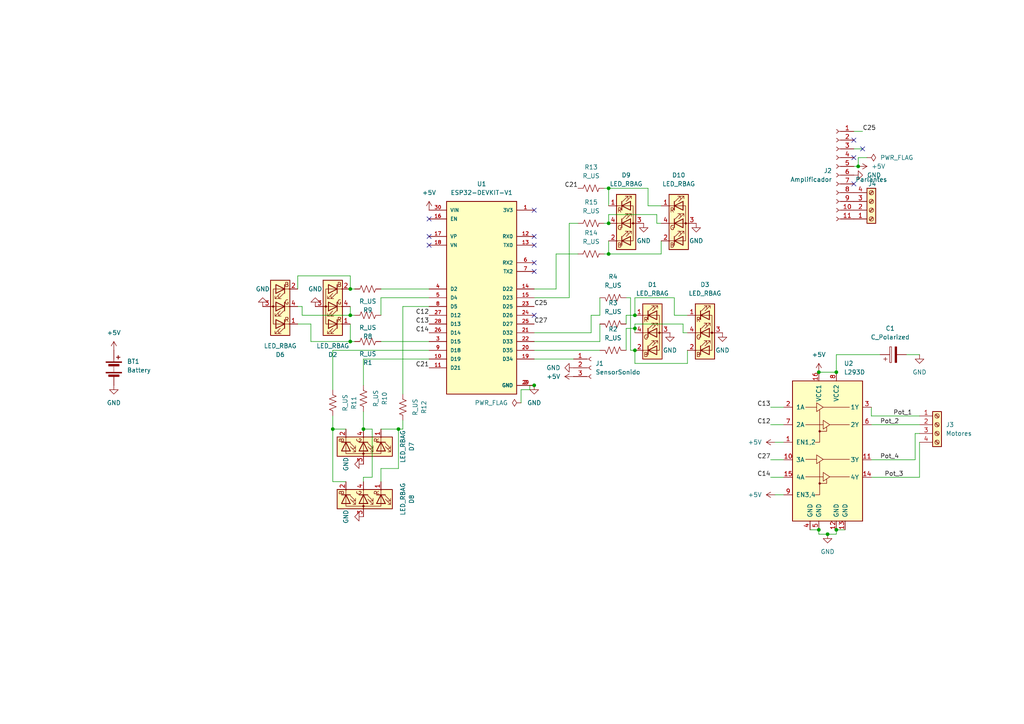
<source format=kicad_sch>
(kicad_sch (version 20231120) (generator "eeschema") (generator_version "8.0")
  (paper "A4")
  (lib_symbols
    (symbol "Connector:Conn_01x03_Socket" (pin_names (offset 1.016) hide)
      (property "Reference" "J" (at 0 5.08 0))
      (property "Value" "Conn_01x03_Socket" (at 0 -5.08 0))
      (symbol "Conn_01x03_Socket_1_1"
        (arc (start 0 -2.032) (mid -0.5058 -2.54) (end 0 -3.048) (stroke (width 0.1524)))
        (polyline (pts (xy -1.27 -2.54) (xy -0.508 -2.54)) (stroke (width 0.1524)))
        (polyline (pts (xy -1.27 0) (xy -0.508 0)) (stroke (width 0.1524)))
        (polyline (pts (xy -1.27 2.54) (xy -0.508 2.54)) (stroke (width 0.1524)))
        (arc (start 0 0.508) (mid -0.5058 0) (end 0 -0.508) (stroke (width 0.1524)))
        (arc (start 0 3.048) (mid -0.5058 2.54) (end 0 2.032) (stroke (width 0.1524)))
        (pin passive line (at -5.08 2.54 0) (length 3.81) (name "Pin_1") (number "1"))
        (pin passive line (at -5.08 0 0) (length 3.81) (name "Pin_2") (number "2"))
        (pin passive line (at -5.08 -2.54 0) (length 3.81) (name "Pin_3") (number "3"))
      )
    )
    (symbol "Connector:Conn_01x11_Socket" (pin_names (offset 1.016) hide)
      (property "Reference" "J" (at 0 15.24 0))
      (property "Value" "Conn_01x11_Socket" (at 0 -15.24 0))
      (symbol "Conn_01x11_Socket_1_1"
        (arc (start 0 -12.192) (mid -0.5058 -12.7) (end 0 -13.208) (stroke (width 0.1524)))
        (arc (start 0 -9.652) (mid -0.5058 -10.16) (end 0 -10.668) (stroke (width 0.1524)))
        (arc (start 0 -7.112) (mid -0.5058 -7.62) (end 0 -8.128) (stroke (width 0.1524)))
        (arc (start 0 -4.572) (mid -0.5058 -5.08) (end 0 -5.588) (stroke (width 0.1524)))
        (arc (start 0 -2.032) (mid -0.5058 -2.54) (end 0 -3.048) (stroke (width 0.1524)))
        (polyline (pts (xy -1.27 -12.7) (xy -0.508 -12.7)) (stroke (width 0.1524)))
        (polyline (pts (xy -1.27 -10.16) (xy -0.508 -10.16)) (stroke (width 0.1524)))
        (polyline (pts (xy -1.27 -7.62) (xy -0.508 -7.62)) (stroke (width 0.1524)))
        (polyline (pts (xy -1.27 -5.08) (xy -0.508 -5.08)) (stroke (width 0.1524)))
        (polyline (pts (xy -1.27 -2.54) (xy -0.508 -2.54)) (stroke (width 0.1524)))
        (polyline (pts (xy -1.27 0) (xy -0.508 0)) (stroke (width 0.1524)))
        (polyline (pts (xy -1.27 2.54) (xy -0.508 2.54)) (stroke (width 0.1524)))
        (polyline (pts (xy -1.27 5.08) (xy -0.508 5.08)) (stroke (width 0.1524)))
        (polyline (pts (xy -1.27 7.62) (xy -0.508 7.62)) (stroke (width 0.1524)))
        (polyline (pts (xy -1.27 10.16) (xy -0.508 10.16)) (stroke (width 0.1524)))
        (polyline (pts (xy -1.27 12.7) (xy -0.508 12.7)) (stroke (width 0.1524)))
        (arc (start 0 0.508) (mid -0.5058 0) (end 0 -0.508) (stroke (width 0.1524)))
        (arc (start 0 3.048) (mid -0.5058 2.54) (end 0 2.032) (stroke (width 0.1524)))
        (arc (start 0 5.588) (mid -0.5058 5.08) (end 0 4.572) (stroke (width 0.1524)))
        (arc (start 0 8.128) (mid -0.5058 7.62) (end 0 7.112) (stroke (width 0.1524)))
        (arc (start 0 10.668) (mid -0.5058 10.16) (end 0 9.652) (stroke (width 0.1524)))
        (arc (start 0 13.208) (mid -0.5058 12.7) (end 0 12.192) (stroke (width 0.1524)))
        (pin passive line (at -5.08 12.7 0) (length 3.81) (name "Pin_1") (number "1"))
        (pin passive line (at -5.08 -10.16 0) (length 3.81) (name "Pin_10") (number "10"))
        (pin passive line (at -5.08 -12.7 0) (length 3.81) (name "Pin_11") (number "11"))
        (pin passive line (at -5.08 10.16 0) (length 3.81) (name "Pin_2") (number "2"))
        (pin passive line (at -5.08 7.62 0) (length 3.81) (name "Pin_3") (number "3"))
        (pin passive line (at -5.08 5.08 0) (length 3.81) (name "Pin_4") (number "4"))
        (pin passive line (at -5.08 2.54 0) (length 3.81) (name "Pin_5") (number "5"))
        (pin passive line (at -5.08 0 0) (length 3.81) (name "Pin_6") (number "6"))
        (pin passive line (at -5.08 -2.54 0) (length 3.81) (name "Pin_7") (number "7"))
        (pin passive line (at -5.08 -5.08 0) (length 3.81) (name "Pin_8") (number "8"))
        (pin passive line (at -5.08 -7.62 0) (length 3.81) (name "Pin_9") (number "9"))
      )
    )
    (symbol "Connector:Screw_Terminal_01x04" (pin_names (offset 1.016) hide)
      (property "Reference" "J" (at 0 5.08 0))
      (property "Value" "Screw_Terminal_01x04" (at 0 -7.62 0))
      (symbol "Screw_Terminal_01x04_1_1"
        (rectangle (start -1.27 3.81) (end 1.27 -6.35) (stroke (width 0.254)) (fill (type background)))
        (circle (center 0 -5.08) (radius 0.635) (stroke (width 0.1524)))
        (circle (center 0 -2.54) (radius 0.635) (stroke (width 0.1524)))
        (polyline (pts (xy -0.5334 -4.7498) (xy 0.3302 -5.588)) (stroke (width 0.1524)))
        (polyline (pts (xy -0.5334 -2.2098) (xy 0.3302 -3.048)) (stroke (width 0.1524)))
        (polyline (pts (xy -0.5334 0.3302) (xy 0.3302 -0.508)) (stroke (width 0.1524)))
        (polyline (pts (xy -0.5334 2.8702) (xy 0.3302 2.032)) (stroke (width 0.1524)))
        (polyline (pts (xy -0.3556 -4.572) (xy 0.508 -5.4102)) (stroke (width 0.1524)))
        (polyline (pts (xy -0.3556 -2.032) (xy 0.508 -2.8702)) (stroke (width 0.1524)))
        (polyline (pts (xy -0.3556 0.508) (xy 0.508 -0.3302)) (stroke (width 0.1524)))
        (polyline (pts (xy -0.3556 3.048) (xy 0.508 2.2098)) (stroke (width 0.1524)))
        (circle (center 0 0) (radius 0.635) (stroke (width 0.1524)))
        (circle (center 0 2.54) (radius 0.635) (stroke (width 0.1524)))
        (pin passive line (at -5.08 2.54 0) (length 3.81) (name "Pin_1") (number "1"))
        (pin passive line (at -5.08 0 0) (length 3.81) (name "Pin_2") (number "2"))
        (pin passive line (at -5.08 -2.54 0) (length 3.81) (name "Pin_3") (number "3"))
        (pin passive line (at -5.08 -5.08 0) (length 3.81) (name "Pin_4") (number "4"))
      )
    )
    (symbol "Device:Battery" (pin_numbers hide) (pin_names (offset 0) hide)
      (property "Reference" "BT" (at 2.54 2.54 0))
      (property "Value" "Battery" (at 2.54 0 0))
      (symbol "Battery_0_1"
        (rectangle (start -2.286 -1.27) (end 2.286 -1.524) (fill (type outline)))
        (rectangle (start -2.286 1.778) (end 2.286 1.524) (fill (type outline)))
        (rectangle (start -1.524 -2.032) (end 1.524 -2.54) (fill (type outline)))
        (rectangle (start -1.524 1.016) (end 1.524 0.508) (fill (type outline)))
        (polyline (pts (xy 0 -1.016) (xy 0 -0.762)))
        (polyline (pts (xy 0 -0.508) (xy 0 -0.254)))
        (polyline (pts (xy 0 0) (xy 0 0.254)))
        (polyline (pts (xy 0 1.778) (xy 0 2.54)))
        (polyline (pts (xy 0.762 3.048) (xy 1.778 3.048)) (stroke (width 0.254)))
        (polyline (pts (xy 1.27 3.556) (xy 1.27 2.54)) (stroke (width 0.254)))
      )
      (symbol "Battery_1_1"
        (pin passive line (at 0 5.08 270) (length 2.54) (name "+") (number "1"))
        (pin passive line (at 0 -5.08 90) (length 2.54) (name "-") (number "2"))
      )
    )
    (symbol "Device:C_Polarized" (pin_numbers hide) (pin_names (offset 0.254))
      (property "Reference" "C" (at 0.635 2.54 0))
      (property "Value" "C_Polarized" (at 0.635 -2.54 0))
      (symbol "C_Polarized_0_1"
        (rectangle (start -2.286 0.508) (end 2.286 1.016))
        (polyline (pts (xy -1.778 2.286) (xy -0.762 2.286)))
        (polyline (pts (xy -1.27 2.794) (xy -1.27 1.778)))
        (rectangle (start 2.286 -0.508) (end -2.286 -1.016) (fill (type outline)))
      )
      (symbol "C_Polarized_1_1"
        (pin passive line (at 0 3.81 270) (length 2.794) (name "~") (number "1"))
        (pin passive line (at 0 -3.81 90) (length 2.794) (name "~") (number "2"))
      )
    )
    (symbol "Device:LED_RBAG" (pin_names (offset 0) hide)
      (property "Reference" "D" (at 0 9.398 0))
      (property "Value" "LED_RBAG" (at 0 -8.89 0))
      (symbol "LED_RBAG_0_0"
        (text "B" (at -1.905 -6.35 0) (effects (font (size 1.27 1.27))))
        (text "G" (at -1.905 -1.27 0) (effects (font (size 1.27 1.27))))
        (text "R" (at -1.905 3.81 0) (effects (font (size 1.27 1.27))))
      )
      (symbol "LED_RBAG_0_1"
        (polyline (pts (xy -1.27 -5.08) (xy -2.54 -5.08)))
        (polyline (pts (xy -1.27 -5.08) (xy 1.27 -5.08)))
        (polyline (pts (xy -1.27 -3.81) (xy -1.27 -6.35)) (stroke (width 0.254)))
        (polyline (pts (xy -1.27 0) (xy -2.54 0)))
        (polyline (pts (xy -1.27 1.27) (xy -1.27 -1.27)) (stroke (width 0.254)))
        (polyline (pts (xy -1.27 5.08) (xy -2.54 5.08)))
        (polyline (pts (xy -1.27 5.08) (xy 1.27 5.08)))
        (polyline (pts (xy -1.27 6.35) (xy -1.27 3.81)) (stroke (width 0.254)))
        (polyline (pts (xy 1.27 0) (xy -1.27 0)))
        (polyline (pts (xy 1.27 0) (xy 2.54 0)))
        (polyline (pts (xy -1.27 1.27) (xy -1.27 -1.27) (xy -1.27 -1.27)))
        (polyline (pts (xy -1.27 6.35) (xy -1.27 3.81) (xy -1.27 3.81)))
        (polyline (pts (xy 1.27 -5.08) (xy 2.032 -5.08) (xy 2.032 5.08) (xy 1.27 5.08)))
        (polyline (pts (xy 1.27 -3.81) (xy 1.27 -6.35) (xy -1.27 -5.08) (xy 1.27 -3.81)) (stroke (width 0.254)))
        (polyline (pts (xy 1.27 1.27) (xy 1.27 -1.27) (xy -1.27 0) (xy 1.27 1.27)) (stroke (width 0.254)))
        (polyline (pts (xy 1.27 6.35) (xy 1.27 3.81) (xy -1.27 5.08) (xy 1.27 6.35)) (stroke (width 0.254)))
        (polyline (pts (xy -1.016 -3.81) (xy 0.508 -2.286) (xy -0.254 -2.286) (xy 0.508 -2.286) (xy 0.508 -3.048)))
        (polyline (pts (xy -1.016 1.27) (xy 0.508 2.794) (xy -0.254 2.794) (xy 0.508 2.794) (xy 0.508 2.032)))
        (polyline (pts (xy -1.016 6.35) (xy 0.508 7.874) (xy -0.254 7.874) (xy 0.508 7.874) (xy 0.508 7.112)))
        (polyline (pts (xy 0 -3.81) (xy 1.524 -2.286) (xy 0.762 -2.286) (xy 1.524 -2.286) (xy 1.524 -3.048)))
        (polyline (pts (xy 0 1.27) (xy 1.524 2.794) (xy 0.762 2.794) (xy 1.524 2.794) (xy 1.524 2.032)))
        (polyline (pts (xy 0 6.35) (xy 1.524 7.874) (xy 0.762 7.874) (xy 1.524 7.874) (xy 1.524 7.112)))
        (rectangle (start 1.27 -1.27) (end 1.27 1.27))
        (rectangle (start 1.27 1.27) (end 1.27 1.27))
        (rectangle (start 1.27 3.81) (end 1.27 6.35))
        (rectangle (start 1.27 6.35) (end 1.27 6.35))
        (circle (center 2.032 0) (radius 0.254) (fill (type outline)))
        (rectangle (start 2.794 8.382) (end -2.794 -7.62) (stroke (width 0.254)) (fill (type background)))
      )
      (symbol "LED_RBAG_1_1"
        (pin passive line (at -5.08 5.08 0) (length 2.54) (name "RK") (number "1"))
        (pin passive line (at -5.08 -5.08 0) (length 2.54) (name "BK") (number "2"))
        (pin passive line (at 5.08 0 180) (length 2.54) (name "A") (number "3"))
        (pin passive line (at -5.08 0 0) (length 2.54) (name "GK") (number "4"))
      )
    )
    (symbol "Device:R_US" (pin_numbers hide) (pin_names (offset 0))
      (property "Reference" "R" (at 2.54 0 90))
      (property "Value" "R_US" (at -2.54 0 90))
      (symbol "R_US_0_1"
        (polyline (pts (xy 0 -2.286) (xy 0 -2.54)))
        (polyline (pts (xy 0 2.286) (xy 0 2.54)))
        (polyline (pts (xy 0 -0.762) (xy 1.016 -1.143) (xy 0 -1.524) (xy -1.016 -1.905) (xy 0 -2.286)))
        (polyline (pts (xy 0 0.762) (xy 1.016 0.381) (xy 0 0) (xy -1.016 -0.381) (xy 0 -0.762)))
        (polyline (pts (xy 0 2.286) (xy 1.016 1.905) (xy 0 1.524) (xy -1.016 1.143) (xy 0 0.762)))
      )
      (symbol "R_US_1_1"
        (pin passive line (at 0 3.81 270) (length 1.27) (name "~") (number "1"))
        (pin passive line (at 0 -3.81 90) (length 1.27) (name "~") (number "2"))
      )
    )
    (symbol "Driver_Motor:L293D" (pin_names (offset 1.016))
      (property "Reference" "U" (at -5.08 26.035 0))
      (property "Value" "L293D" (at -5.08 24.13 0))
      (symbol "L293D_0_1"
        (rectangle (start -10.16 22.86) (end 10.16 -17.78) (stroke (width 0.254)) (fill (type background)))
        (circle (center -2.286 -6.858) (radius 0.254) (fill (type outline)))
        (circle (center -2.286 8.255) (radius 0.254) (fill (type outline)))
        (polyline (pts (xy -6.35 -4.953) (xy -1.27 -4.953)))
        (polyline (pts (xy -6.35 0.127) (xy -3.175 0.127)))
        (polyline (pts (xy -6.35 10.16) (xy -1.27 10.16)))
        (polyline (pts (xy -6.35 15.24) (xy -3.175 15.24)))
        (polyline (pts (xy -1.27 0.127) (xy 6.35 0.127)))
        (polyline (pts (xy -1.27 15.24) (xy 6.35 15.24)))
        (polyline (pts (xy 0.635 -4.953) (xy 6.35 -4.953)))
        (polyline (pts (xy 0.635 10.16) (xy 6.35 10.16)))
        (polyline (pts (xy -2.286 -6.858) (xy -0.254 -6.858) (xy -0.254 -5.588)))
        (polyline (pts (xy -2.286 -0.635) (xy -2.286 -10.16) (xy -3.556 -10.16)))
        (polyline (pts (xy -2.286 8.255) (xy -0.254 8.255) (xy -0.254 9.525)))
        (polyline (pts (xy -2.286 14.478) (xy -2.286 5.08) (xy -3.556 5.08)))
        (polyline (pts (xy -3.175 1.397) (xy -3.175 -1.143) (xy -1.27 0.127) (xy -3.175 1.397)))
        (polyline (pts (xy -3.175 16.51) (xy -3.175 13.97) (xy -1.27 15.24) (xy -3.175 16.51)))
        (polyline (pts (xy -1.27 -3.683) (xy -1.27 -6.223) (xy 0.635 -4.953) (xy -1.27 -3.683)))
        (polyline (pts (xy -1.27 11.43) (xy -1.27 8.89) (xy 0.635 10.16) (xy -1.27 11.43)))
      )
      (symbol "L293D_1_1"
        (pin input line (at -12.7 5.08 0) (length 2.54) (name "EN1,2") (number "1"))
        (pin input line (at -12.7 0 0) (length 2.54) (name "3A") (number "10"))
        (pin output line (at 12.7 0 180) (length 2.54) (name "3Y") (number "11"))
        (pin power_in line (at 2.54 -20.32 90) (length 2.54) (name "GND") (number "12"))
        (pin power_in line (at 5.08 -20.32 90) (length 2.54) (name "GND") (number "13"))
        (pin output line (at 12.7 -5.08 180) (length 2.54) (name "4Y") (number "14"))
        (pin input line (at -12.7 -5.08 0) (length 2.54) (name "4A") (number "15"))
        (pin power_in line (at -2.54 25.4 270) (length 2.54) (name "VCC1") (number "16"))
        (pin input line (at -12.7 15.24 0) (length 2.54) (name "1A") (number "2"))
        (pin output line (at 12.7 15.24 180) (length 2.54) (name "1Y") (number "3"))
        (pin power_in line (at -5.08 -20.32 90) (length 2.54) (name "GND") (number "4"))
        (pin power_in line (at -2.54 -20.32 90) (length 2.54) (name "GND") (number "5"))
        (pin output line (at 12.7 10.16 180) (length 2.54) (name "2Y") (number "6"))
        (pin input line (at -12.7 10.16 0) (length 2.54) (name "2A") (number "7"))
        (pin power_in line (at 2.54 25.4 270) (length 2.54) (name "VCC2") (number "8"))
        (pin input line (at -12.7 -10.16 0) (length 2.54) (name "EN3,4") (number "9"))
      )
    )
    (symbol "ESP32:ESP32-DEVKIT-V1" (pin_names (offset 1.016))
      (property "Reference" "U" (at -10.16 30.48 0))
      (property "Value" "ESP32-DEVKIT-V1" (at -10.16 -30.48 0))
      (symbol "ESP32-DEVKIT-V1_0_0"
        (rectangle (start -10.16 -27.94) (end 10.16 27.94) (stroke (width 0.254)) (fill (type background)))
        (pin output line (at 15.24 25.4 180) (length 5.08) (name "3V3") (number "1"))
        (pin bidirectional line (at -15.24 -17.78 0) (length 5.08) (name "D19") (number "10"))
        (pin bidirectional line (at -15.24 -20.32 0) (length 5.08) (name "D21") (number "11"))
        (pin input line (at 15.24 17.78 180) (length 5.08) (name "RX0") (number "12"))
        (pin output line (at 15.24 15.24 180) (length 5.08) (name "TX0") (number "13"))
        (pin bidirectional line (at 15.24 2.54 180) (length 5.08) (name "D22") (number "14"))
        (pin bidirectional line (at 15.24 0 180) (length 5.08) (name "D23") (number "15"))
        (pin input line (at -15.24 22.86 0) (length 5.08) (name "EN") (number "16"))
        (pin bidirectional line (at -15.24 17.78 0) (length 5.08) (name "VP") (number "17"))
        (pin bidirectional line (at -15.24 15.24 0) (length 5.08) (name "VN") (number "18"))
        (pin bidirectional line (at 15.24 -17.78 180) (length 5.08) (name "D34") (number "19"))
        (pin power_in line (at 15.24 -25.4 180) (length 5.08) (name "GND") (number "2"))
        (pin bidirectional line (at 15.24 -15.24 180) (length 5.08) (name "D35") (number "20"))
        (pin bidirectional line (at 15.24 -10.16 180) (length 5.08) (name "D32") (number "21"))
        (pin bidirectional line (at 15.24 -12.7 180) (length 5.08) (name "D33") (number "22"))
        (pin bidirectional line (at 15.24 -2.54 180) (length 5.08) (name "D25") (number "23"))
        (pin bidirectional line (at 15.24 -5.08 180) (length 5.08) (name "D26") (number "24"))
        (pin bidirectional line (at 15.24 -7.62 180) (length 5.08) (name "D27") (number "25"))
        (pin bidirectional line (at -15.24 -10.16 0) (length 5.08) (name "D14") (number "26"))
        (pin bidirectional line (at -15.24 -5.08 0) (length 5.08) (name "D12") (number "27"))
        (pin bidirectional line (at -15.24 -7.62 0) (length 5.08) (name "D13") (number "28"))
        (pin power_in line (at 15.24 -25.4 180) (length 5.08) (name "GND") (number "29"))
        (pin bidirectional line (at -15.24 -12.7 0) (length 5.08) (name "D15") (number "3"))
        (pin input line (at -15.24 25.4 0) (length 5.08) (name "VIN") (number "30"))
        (pin bidirectional line (at -15.24 2.54 0) (length 5.08) (name "D2") (number "4"))
        (pin bidirectional line (at -15.24 0 0) (length 5.08) (name "D4") (number "5"))
        (pin input line (at 15.24 10.16 180) (length 5.08) (name "RX2") (number "6"))
        (pin output line (at 15.24 7.62 180) (length 5.08) (name "TX2") (number "7"))
        (pin bidirectional line (at -15.24 -2.54 0) (length 5.08) (name "D5") (number "8"))
        (pin bidirectional line (at -15.24 -15.24 0) (length 5.08) (name "D18") (number "9"))
      )
    )
    (symbol "power:+5V" (power) (pin_numbers hide) (pin_names (offset 0) hide)
      (property "Value" "+5V" (at 0 3.556 0))
      (symbol "+5V_0_1"
        (polyline (pts (xy -0.762 1.27) (xy 0 2.54)))
        (polyline (pts (xy 0 0) (xy 0 2.54)))
        (polyline (pts (xy 0 2.54) (xy 0.762 1.27)))
      )
      (symbol "+5V_1_1"
        (pin power_in line (at 0 0 90) (length 0) (name "~") (number "1"))
      )
    )
    (symbol "power:GND" (power) (pin_numbers hide) (pin_names (offset 0) hide)
      (property "Value" "GND" (at 0 -3.81 0))
      (symbol "GND_0_1"
        (polyline (pts (xy 0 0) (xy 0 -1.27) (xy 1.27 -1.27) (xy 0 -2.54) (xy -1.27 -1.27) (xy 0 -1.27)))
      )
      (symbol "GND_1_1"
        (pin power_in line (at 0 0 270) (length 0) (name "~") (number "1"))
      )
    )
    (symbol "power:PWR_FLAG" (power) (pin_numbers hide) (pin_names (offset 0) hide)
      (property "Value" "PWR_FLAG" (at 0 3.81 0))
      (symbol "PWR_FLAG_0_0"
        (pin power_out line (at 0 0 90) (length 0) (name "~") (number "1"))
      )
      (symbol "PWR_FLAG_0_1"
        (polyline (pts (xy 0 0) (xy 0 1.27) (xy -1.016 1.905) (xy 0 2.54) (xy 1.016 1.905) (xy 0 1.27)))
      )
    )
  )
  (junction (at 184.15 95.25))
  (junction (at 248.92 48.26))
  (junction (at 96.52 124.46))
  (junction (at 154.94 111.76))
  (junction (at 176.53 54.61))
  (junction (at 184.15 101.6))
  (junction (at 176.53 64.77))
  (junction (at 242.57 153.67))
  (junction (at 105.41 124.46))
  (junction (at 115.57 124.46))
  (junction (at 101.6 83.82))
  (junction (at 237.49 107.95))
  (junction (at 237.49 153.67))
  (junction (at 242.57 107.95))
  (junction (at 184.15 91.44))
  (junction (at 240.03 154.94))
  (junction (at 176.53 73.66))
  (junction (at 101.6 91.44))
  (junction (at 101.6 99.06))
  (no_connect (at 250.19 43.18))
  (no_connect (at 154.94 78.74))
  (no_connect (at 154.94 60.96))
  (no_connect (at 124.46 63.5))
  (no_connect (at 124.46 68.58))
  (no_connect (at 124.46 71.12))
  (no_connect (at 247.65 45.72))
  (no_connect (at 247.65 40.64))
  (no_connect (at 154.94 68.58))
  (no_connect (at 154.94 71.12))
  (no_connect (at 154.94 91.44))
  (no_connect (at 247.65 53.34))
  (no_connect (at 154.94 76.2))
  (wire (pts (xy 86.36 83.82) (xy 86.36 80.01)))
  (wire (pts (xy 181.61 93.98) (xy 181.61 91.44)))
  (wire (pts (xy 266.7 128.27) (xy 266.7 138.43)))
  (wire (pts (xy 181.61 101.6) (xy 181.61 95.25)))
  (wire (pts (xy 161.29 73.66) (xy 161.29 83.82)))
  (wire (pts (xy 252.73 133.35) (xy 265.43 133.35)))
  (wire (pts (xy 153.67 113.03) (xy 153.67 111.76)))
  (wire (pts (xy 182.88 101.6) (xy 184.15 101.6)))
  (wire (pts (xy 184.15 105.41) (xy 184.15 101.6)))
  (wire (pts (xy 199.39 91.44) (xy 195.58 91.44)))
  (wire (pts (xy 175.26 54.61) (xy 176.53 54.61)))
  (wire (pts (xy 151.13 116.84) (xy 151.13 113.03)))
  (wire (pts (xy 105.41 139.7) (xy 105.41 138.43)))
  (wire (pts (xy 175.26 64.77) (xy 176.53 64.77)))
  (wire (pts (xy 255.27 102.87) (xy 242.57 102.87)))
  (wire (pts (xy 171.45 96.52) (xy 154.94 96.52)))
  (wire (pts (xy 242.57 153.67) (xy 245.11 153.67)))
  (wire (pts (xy 102.87 91.44) (xy 101.6 91.44)))
  (wire (pts (xy 96.52 120.65) (xy 96.52 124.46)))
  (wire (pts (xy 199.39 96.52) (xy 198.12 96.52)))
  (wire (pts (xy 107.95 138.43) (xy 107.95 124.46)))
  (wire (pts (xy 190.5 64.77) (xy 190.5 62.23)))
  (wire (pts (xy 182.88 86.36) (xy 182.88 101.6)))
  (wire (pts (xy 191.77 73.66) (xy 176.53 73.66)))
  (wire (pts (xy 165.1 64.77) (xy 165.1 86.36)))
  (wire (pts (xy 227.33 133.35) (xy 223.52 133.35)))
  (wire (pts (xy 96.52 101.6) (xy 124.46 101.6)))
  (wire (pts (xy 250.19 43.18) (xy 247.65 43.18)))
  (wire (pts (xy 96.52 139.7) (xy 96.52 124.46)))
  (wire (pts (xy 247.65 48.26) (xy 248.92 48.26)))
  (wire (pts (xy 227.33 118.11) (xy 223.52 118.11)))
  (wire (pts (xy 251.46 45.72) (xy 248.92 45.72)))
  (wire (pts (xy 187.96 59.69) (xy 187.96 54.61)))
  (wire (pts (xy 110.49 135.89) (xy 115.57 135.89)))
  (wire (pts (xy 96.52 101.6) (xy 96.52 113.03)))
  (wire (pts (xy 252.73 138.43) (xy 266.7 138.43)))
  (wire (pts (xy 184.15 95.25) (xy 184.15 96.52)))
  (wire (pts (xy 191.77 59.69) (xy 187.96 59.69)))
  (wire (pts (xy 105.41 104.14) (xy 124.46 104.14)))
  (wire (pts (xy 265.43 125.73) (xy 266.7 125.73)))
  (wire (pts (xy 173.99 91.44) (xy 171.45 91.44)))
  (wire (pts (xy 86.36 80.01) (xy 101.6 80.01)))
  (wire (pts (xy 198.12 96.52) (xy 198.12 93.98)))
  (wire (pts (xy 110.49 91.44) (xy 110.49 86.36)))
  (wire (pts (xy 175.26 73.66) (xy 176.53 73.66)))
  (wire (pts (xy 247.65 38.1) (xy 250.19 38.1)))
  (wire (pts (xy 102.87 99.06) (xy 101.6 99.06)))
  (wire (pts (xy 199.39 101.6) (xy 199.39 105.41)))
  (wire (pts (xy 266.7 120.65) (xy 252.73 120.65)))
  (wire (pts (xy 167.64 73.66) (xy 161.29 73.66)))
  (wire (pts (xy 107.95 124.46) (xy 105.41 124.46)))
  (wire (pts (xy 184.15 93.98) (xy 184.15 95.25)))
  (wire (pts (xy 223.52 138.43) (xy 227.33 138.43)))
  (wire (pts (xy 181.61 95.25) (xy 184.15 95.25)))
  (wire (pts (xy 176.53 62.23) (xy 176.53 64.77)))
  (wire (pts (xy 187.96 54.61) (xy 176.53 54.61)))
  (wire (pts (xy 86.36 93.98) (xy 90.17 93.98)))
  (wire (pts (xy 154.94 83.82) (xy 161.29 83.82)))
  (wire (pts (xy 110.49 83.82) (xy 124.46 83.82)))
  (wire (pts (xy 105.41 138.43) (xy 107.95 138.43)))
  (wire (pts (xy 116.84 121.92) (xy 116.84 124.46)))
  (wire (pts (xy 116.84 88.9) (xy 124.46 88.9)))
  (wire (pts (xy 100.33 139.7) (xy 96.52 139.7)))
  (wire (pts (xy 101.6 91.44) (xy 101.6 88.9)))
  (wire (pts (xy 105.41 111.76) (xy 105.41 104.14)))
  (wire (pts (xy 116.84 88.9) (xy 116.84 114.3)))
  (wire (pts (xy 262.89 102.87) (xy 266.7 102.87)))
  (wire (pts (xy 224.79 128.27) (xy 227.33 128.27)))
  (wire (pts (xy 237.49 107.95) (xy 242.57 107.95)))
  (wire (pts (xy 151.13 113.03) (xy 153.67 113.03)))
  (wire (pts (xy 115.57 135.89) (xy 115.57 124.46)))
  (wire (pts (xy 240.03 154.94) (xy 242.57 154.94)))
  (wire (pts (xy 115.57 124.46) (xy 110.49 124.46)))
  (wire (pts (xy 191.77 69.85) (xy 191.77 73.66)))
  (wire (pts (xy 110.49 99.06) (xy 124.46 99.06)))
  (wire (pts (xy 110.49 86.36) (xy 124.46 86.36)))
  (wire (pts (xy 184.15 86.36) (xy 184.15 91.44)))
  (wire (pts (xy 248.92 45.72) (xy 248.92 48.26)))
  (wire (pts (xy 173.99 99.06) (xy 154.94 99.06)))
  (wire (pts (xy 154.94 104.14) (xy 166.37 104.14)))
  (wire (pts (xy 87.63 88.9) (xy 87.63 91.44)))
  (wire (pts (xy 227.33 123.19) (xy 223.52 123.19)))
  (wire (pts (xy 242.57 153.67) (xy 242.57 154.94)))
  (wire (pts (xy 173.99 93.98) (xy 173.99 99.06)))
  (wire (pts (xy 165.1 86.36) (xy 154.94 86.36)))
  (wire (pts (xy 195.58 86.36) (xy 184.15 86.36)))
  (wire (pts (xy 105.41 119.38) (xy 105.41 124.46)))
  (wire (pts (xy 87.63 91.44) (xy 101.6 91.44)))
  (wire (pts (xy 154.94 101.6) (xy 173.99 101.6)))
  (wire (pts (xy 252.73 123.19) (xy 266.7 123.19)))
  (wire (pts (xy 173.99 86.36) (xy 173.99 91.44)))
  (wire (pts (xy 171.45 91.44) (xy 171.45 96.52)))
  (wire (pts (xy 199.39 105.41) (xy 184.15 105.41)))
  (wire (pts (xy 242.57 102.87) (xy 242.57 107.95)))
  (wire (pts (xy 191.77 64.77) (xy 190.5 64.77)))
  (wire (pts (xy 176.53 54.61) (xy 176.53 59.69)))
  (wire (pts (xy 86.36 88.9) (xy 87.63 88.9)))
  (wire (pts (xy 237.49 154.94) (xy 237.49 153.67)))
  (wire (pts (xy 101.6 80.01) (xy 101.6 83.82)))
  (wire (pts (xy 176.53 73.66) (xy 176.53 69.85)))
  (wire (pts (xy 224.79 143.51) (xy 227.33 143.51)))
  (wire (pts (xy 153.67 111.76) (xy 154.94 111.76)))
  (wire (pts (xy 198.12 93.98) (xy 184.15 93.98)))
  (wire (pts (xy 181.61 91.44) (xy 184.15 91.44)))
  (wire (pts (xy 181.61 86.36) (xy 182.88 86.36)))
  (wire (pts (xy 252.73 120.65) (xy 252.73 118.11)))
  (wire (pts (xy 90.17 99.06) (xy 101.6 99.06)))
  (wire (pts (xy 167.64 64.77) (xy 165.1 64.77)))
  (wire (pts (xy 116.84 124.46) (xy 115.57 124.46)))
  (wire (pts (xy 195.58 86.36) (xy 195.58 91.44)))
  (wire (pts (xy 96.52 124.46) (xy 100.33 124.46)))
  (wire (pts (xy 101.6 99.06) (xy 101.6 93.98)))
  (wire (pts (xy 102.87 83.82) (xy 101.6 83.82)))
  (wire (pts (xy 90.17 93.98) (xy 90.17 99.06)))
  (wire (pts (xy 240.03 154.94) (xy 237.49 154.94)))
  (wire (pts (xy 237.49 153.67) (xy 234.95 153.67)))
  (wire (pts (xy 190.5 62.23) (xy 176.53 62.23)))
  (wire (pts (xy 110.49 139.7) (xy 110.49 135.89)))
  (wire (pts (xy 265.43 133.35) (xy 265.43 125.73)))
  (label "Pot_3" (at 256.54 138.43 0))
  (label "C12" (at 124.46 91.44 180))
  (label "C13" (at 124.46 93.98 180))
  (label "C25" (at 250.19 38.1 0))
  (label "C21" (at 167.64 54.61 180))
  (label "C12" (at 223.52 123.19 180))
  (label "Pot_1" (at 259.08 120.65 0))
  (label "C27" (at 223.52 133.35 180))
  (label "C13" (at 223.52 118.11 180))
  (label "C25" (at 154.94 88.9 0))
  (label "C14" (at 124.46 96.52 180))
  (label "C27" (at 154.94 93.98 0))
  (label "C14" (at 223.52 138.43 180))
  (label "C21" (at 124.46 106.68 180))
  (label "Pot_2" (at 255.27 123.19 0))
  (label "Pot_4" (at 255.27 133.35 0))
  (symbol (lib_id "Device:R_US") (at 116.84 118.11 180) (unit 1)
    (property "Reference" "R12" (at 122.9596 118.11 90))
    (property "Value" "R_US" (at 120.4196 118.11 90))
    (property "Footprint" "Resistor_THT:R_Axial_DIN0207_L6.3mm_D2.5mm_P7.62mm_Horizontal" (effects (hide yes)))
    (property "Description" "Resistor, US symbol" (effects (hide yes)))
  )
  (symbol (lib_id "Device:LED_RBAG") (at 105.41 129.54 270) (unit 1)
    (property "Reference" "D7" (at 119.38 129.54 0))
    (property "Value" "LED_RBAG" (at 116.84 129.54 0))
    (property "Footprint" "LED_THT:LED_D5.0mm-4_RGB_Wide_Pins" (effects (hide yes)))
    (property "Description" "RGB LED, red/blue/anode/green" (effects (hide yes)))
  )
  (symbol (lib_id "power:GND") (at 33.02 111.76 0) (unit 1)
    (property "Reference" "#PWR011" (effects (hide yes)))
    (property "Value" "GND" (at 33.02 116.84 0))
    (property "Description" "Power symbol creates a global label with name \"GND\" , ground" (effects (hide yes)))
  )
  (symbol (lib_id "Device:LED_RBAG") (at 105.41 144.78 270) (unit 1)
    (property "Reference" "D8" (at 119.38 144.78 0))
    (property "Value" "LED_RBAG" (at 116.84 144.78 0))
    (property "Footprint" "LED_THT:LED_D5.0mm-4_RGB_Wide_Pins" (effects (hide yes)))
    (property "Description" "RGB LED, red/blue/anode/green" (effects (hide yes)))
  )
  (symbol (lib_id "power:GND") (at 209.55 96.52 0) (unit 1)
    (property "Reference" "#PWR014" (effects (hide yes)))
    (property "Value" "GND" (at 209.55 101.6 0))
    (property "Description" "Power symbol creates a global label with name \"GND\" , ground" (effects (hide yes)))
  )
  (symbol (lib_id "Connector:Conn_01x11_Socket") (at 242.57 50.8 0) (mirror y) (unit 1)
    (property "Reference" "J2" (at 241.3 49.5299 0) (effects (justify left)))
    (property "Value" "Amplificador" (at 241.3 52.0699 0) (effects (justify left)))
    (property "Footprint" "Connector_PinSocket_2.54mm:PinSocket_1x11_P2.54mm_Vertical" (effects (hide yes)))
    (property "Description" "Generic connector, single row, 01x11, script generated" (effects (hide yes)))
  )
  (symbol (lib_id "Connector:Screw_Terminal_01x04") (at 271.78 123.19 0) (unit 1)
    (property "Reference" "J3" (at 274.32 123.1899 0) (effects (justify left)))
    (property "Value" "Motores" (at 274.32 125.7299 0) (effects (justify left)))
    (property "Footprint" "TerminalBlock:TerminalBlock_bornier-4_P5.08mm" (effects (hide yes)))
    (property "Description" "Generic screw terminal, single row, 01x04, script generated (kicad-library-utils/schlib/autogen/connector/)" (effects (hide yes)))
  )
  (symbol (lib_id "Device:R_US") (at 177.8 86.36 90) (mirror x) (unit 1)
    (property "Reference" "R4" (at 177.8 80.2404 90))
    (property "Value" "R_US" (at 177.8 82.7804 90))
    (property "Footprint" "Resistor_THT:R_Axial_DIN0207_L6.3mm_D2.5mm_P7.62mm_Horizontal" (effects (hide yes)))
    (property "Description" "Resistor, US symbol" (effects (hide yes)))
  )
  (symbol (lib_id "Device:LED_RBAG") (at 196.85 64.77 0) (unit 1)
    (property "Reference" "D10" (at 196.85 50.8 0))
    (property "Value" "LED_RBAG" (at 196.85 53.34 0))
    (property "Footprint" "LED_THT:LED_D5.0mm-4_RGB_Wide_Pins" (effects (hide yes)))
    (property "Description" "RGB LED, red/blue/anode/green" (effects (hide yes)))
  )
  (symbol (lib_id "Device:LED_RBAG") (at 189.23 96.52 0) (unit 1)
    (property "Reference" "D1" (at 189.23 82.55 0))
    (property "Value" "LED_RBAG" (at 189.23 85.09 0))
    (property "Footprint" "LED_THT:LED_D5.0mm-4_RGB_Wide_Pins" (effects (hide yes)))
    (property "Description" "RGB LED, red/blue/anode/green" (effects (hide yes)))
  )
  (symbol (lib_id "power:+5V") (at 33.02 101.6 0) (unit 1)
    (property "Reference" "#PWR05" (effects (hide yes)))
    (property "Value" "+5V" (at 33.02 96.52 0))
    (property "Description" "Power symbol creates a global label with name \"+5V\"" (effects (hide yes)))
  )
  (symbol (lib_id "power:PWR_FLAG") (at 151.13 116.84 90) (unit 1)
    (property "Reference" "#FLG02" (effects (hide yes)))
    (property "Value" "PWR_FLAG" (at 147.32 116.8399 90) (effects (justify left)))
    (property "Description" "Special symbol for telling ERC where power comes from" (effects (hide yes)))
  )
  (symbol (lib_id "power:+5V") (at 248.92 48.26 270) (mirror x) (unit 1)
    (property "Reference" "#PWR01" (effects (hide yes)))
    (property "Value" "+5V" (at 252.73 48.2599 90) (effects (justify left)))
    (property "Description" "Power symbol creates a global label with name \"+5V\"" (effects (hide yes)))
  )
  (symbol (lib_id "power:+5V") (at 124.46 60.96 0) (unit 1)
    (property "Reference" "#PWR02" (effects (hide yes)))
    (property "Value" "+5V" (at 124.46 55.88 0))
    (property "Description" "Power symbol creates a global label with name \"+5V\"" (effects (hide yes)))
  )
  (symbol (lib_id "Device:LED_RBAG") (at 81.28 88.9 180) (unit 1)
    (property "Reference" "D6" (at 81.28 102.87 0))
    (property "Value" "LED_RBAG" (at 81.28 100.33 0))
    (property "Footprint" "LED_THT:LED_D5.0mm-4_RGB_Wide_Pins" (effects (hide yes)))
    (property "Description" "RGB LED, red/blue/anode/green" (effects (hide yes)))
  )
  (symbol (lib_id "Device:C_Polarized") (at 259.08 102.87 90) (unit 1)
    (property "Reference" "C1" (at 258.191 95.25 90))
    (property "Value" "C_Polarized" (at 258.191 97.79 90))
    (property "Footprint" "Capacitor_THT:CP_Radial_D5.0mm_P2.00mm" (effects (hide yes)))
    (property "Description" "Polarized capacitor" (effects (hide yes)))
  )
  (symbol (lib_id "power:GND") (at 194.31 96.52 0) (unit 1)
    (property "Reference" "#PWR010" (effects (hide yes)))
    (property "Value" "GND" (at 194.31 101.6 0))
    (property "Description" "Power symbol creates a global label with name \"GND\" , ground" (effects (hide yes)))
  )
  (symbol (lib_id "power:GND") (at 266.7 102.87 0) (unit 1)
    (property "Reference" "#PWR015" (effects (hide yes)))
    (property "Value" "GND" (at 266.7 107.95 0))
    (property "Description" "Power symbol creates a global label with name \"GND\" , ground" (effects (hide yes)))
  )
  (symbol (lib_id "power:+5V") (at 166.37 109.22 90) (unit 1)
    (property "Reference" "#PWR013" (effects (hide yes)))
    (property "Value" "+5V" (at 162.56 109.2199 90) (effects (justify left)))
    (property "Description" "Power symbol creates a global label with name \"+5V\"" (effects (hide yes)))
  )
  (symbol (lib_id "Connector:Screw_Terminal_01x04") (at 252.73 60.96 0) (mirror x) (unit 1)
    (property "Reference" "J4" (at 252.984 53.34 0))
    (property "Value" "Parlantes" (at 252.73 52.07 0))
    (property "Footprint" "TerminalBlock:TerminalBlock_bornier-4_P5.08mm" (effects (hide yes)))
    (property "Description" "Generic screw terminal, single row, 01x04, script generated (kicad-library-utils/schlib/autogen/connector/)" (effects (hide yes)))
  )
  (symbol (lib_id "ESP32:ESP32-DEVKIT-V1") (at 139.7 86.36 0) (unit 1)
    (property "Reference" "U1" (at 139.7 53.34 0))
    (property "Value" "ESP32-DEVKIT-V1" (at 139.7 55.88 0))
    (property "Footprint" "ESP32:MODULE_ESP32_DEVKIT_V1" (effects (hide yes)))
    (property "MF" "Do it" (effects (hide yes)))
    (property "MAXIMUM_PACKAGE_HEIGHT" "6.8 mm" (effects (hide yes)))
    (property "Package" "None" (effects (hide yes)))
    (property "Price" "None" (effects (hide yes)))
    (property "Check_prices" "https://www.snapeda.com/parts/ESP32-DEVKIT-V1/Do+it/view-part/?ref=eda" (effects (hide yes)))
    (property "STANDARD" "Manufacturer Recommendations" (effects (hide yes)))
    (property "PARTREV" "N/A" (effects (hide yes)))
    (property "SnapEDA_Link" "https://www.snapeda.com/parts/ESP32-DEVKIT-V1/Do+it/view-part/?ref=snap" (effects (hide yes)))
    (property "MP" "ESP32-DEVKIT-V1" (effects (hide yes)))
    (property "Description_1" "\nDual core, Wi-Fi: 2.4 GHz up to 150 Mbits/s,BLE (Bluetooth Low Energy) and legacy Bluetooth, 32 bits, Up to 240 MHz\n" (effects (hide yes)))
    (property "Availability" "Not in stock" (effects (hide yes)))
    (property "MANUFACTURER" "DOIT" (effects (hide yes)))
  )
  (symbol (lib_id "Device:LED_RBAG") (at 96.52 88.9 180) (unit 1)
    (property "Reference" "D2" (at 96.52 102.87 0))
    (property "Value" "LED_RBAG" (at 96.52 100.33 0))
    (property "Footprint" "LED_THT:LED_D5.0mm-4_RGB_Wide_Pins" (effects (hide yes)))
    (property "Description" "RGB LED, red/blue/anode/green" (effects (hide yes)))
  )
  (symbol (lib_id "power:GND") (at 166.37 106.68 270) (unit 1)
    (property "Reference" "#PWR012" (effects (hide yes)))
    (property "Value" "GND" (at 162.56 106.6799 90) (effects (justify right)))
    (property "Description" "Power symbol creates a global label with name \"GND\" , ground" (effects (hide yes)))
  )
  (symbol (lib_id "Driver_Motor:L293D") (at 240.03 133.35 0) (unit 1)
    (property "Reference" "U2" (at 244.7641 105.41 0) (effects (justify left)))
    (property "Value" "L293D" (at 244.7641 107.95 0) (effects (justify left)))
    (property "Footprint" "Package_DIP:DIP-16_W7.62mm" (effects (hide yes)))
    (property "Datasheet" "http://www.ti.com/lit/ds/symlink/l293.pdf" (effects (hide yes)))
    (property "Description" "Quadruple Half-H Drivers" (effects (hide yes)))
  )
  (symbol (lib_id "power:+5V") (at 224.79 143.51 90) (unit 1)
    (property "Reference" "#PWR09" (effects (hide yes)))
    (property "Value" "+5V" (at 220.98 143.5099 90) (effects (justify left)))
    (property "Description" "Power symbol creates a global label with name \"+5V\"" (effects (hide yes)))
  )
  (symbol (lib_id "power:GND") (at 247.65 50.8 90) (mirror x) (unit 1)
    (property "Reference" "#PWR04" (effects (hide yes)))
    (property "Value" "GND" (at 251.46 50.7999 90) (effects (justify right)))
    (property "Description" "Power symbol creates a global label with name \"GND\" , ground" (effects (hide yes)))
  )
  (symbol (lib_id "power:GND") (at 154.94 111.76 0) (unit 1)
    (property "Reference" "#PWR03" (effects (hide yes)))
    (property "Value" "GND" (at 154.94 116.84 0))
    (property "Description" "Power symbol creates a global label with name \"GND\" , ground" (effects (hide yes)))
  )
  (symbol (lib_id "power:PWR_FLAG") (at 251.46 45.72 270) (mirror x) (unit 1)
    (property "Reference" "#FLG01" (effects (hide yes)))
    (property "Value" "PWR_FLAG" (at 255.27 45.7199 90) (effects (justify left)))
    (property "Description" "Special symbol for telling ERC where power comes from" (effects (hide yes)))
  )
  (symbol (lib_id "power:GND") (at 76.2 88.9 180) (unit 1)
    (property "Reference" "#PWR018" (effects (hide yes)))
    (property "Value" "GND" (at 76.2 83.82 0))
    (property "Description" "Power symbol creates a global label with name \"GND\" , ground" (effects (hide yes)))
  )
  (symbol (lib_id "Device:Battery") (at 33.02 106.68 0) (unit 1)
    (property "Reference" "BT1" (at 36.83 104.8384 0) (effects (justify left)))
    (property "Value" "Battery" (at 36.83 107.3784 0) (effects (justify left)))
    (property "Footprint" "Connector_PinSocket_2.54mm:PinSocket_1x02_P2.54mm_Vertical" (effects (hide yes)))
    (property "Description" "Multiple-cell battery" (effects (hide yes)))
  )
  (symbol (lib_id "power:+5V") (at 224.79 128.27 90) (unit 1)
    (property "Reference" "#PWR08" (effects (hide yes)))
    (property "Value" "+5V" (at 220.98 128.2699 90) (effects (justify left)))
    (property "Description" "Power symbol creates a global label with name \"+5V\"" (effects (hide yes)))
  )
  (symbol (lib_id "power:GND") (at 91.44 88.9 180) (unit 1)
    (property "Reference" "#PWR017" (effects (hide yes)))
    (property "Value" "GND" (at 91.44 83.82 0))
    (property "Description" "Power symbol creates a global label with name \"GND\" , ground" (effects (hide yes)))
  )
  (symbol (lib_id "power:GND") (at 105.41 134.62 270) (unit 1)
    (property "Reference" "#PWR019" (effects (hide yes)))
    (property "Value" "GND" (at 100.33 134.62 0))
    (property "Description" "Power symbol creates a global label with name \"GND\" , ground" (effects (hide yes)))
  )
  (symbol (lib_id "Device:R_US") (at 105.41 115.57 180) (unit 1)
    (property "Reference" "R10" (at 111.5296 115.57 90))
    (property "Value" "R_US" (at 108.9896 115.57 90))
    (property "Footprint" "Resistor_THT:R_Axial_DIN0207_L6.3mm_D2.5mm_P7.62mm_Horizontal" (effects (hide yes)))
    (property "Description" "Resistor, US symbol" (effects (hide yes)))
  )
  (symbol (lib_id "Device:LED_RBAG") (at 204.47 96.52 0) (unit 1)
    (property "Reference" "D3" (at 204.47 82.55 0))
    (property "Value" "LED_RBAG" (at 204.47 85.09 0))
    (property "Footprint" "LED_THT:LED_D5.0mm-4_RGB_Wide_Pins" (effects (hide yes)))
    (property "Description" "RGB LED, red/blue/anode/green" (effects (hide yes)))
  )
  (symbol (lib_id "Device:R_US") (at 171.45 73.66 270) (unit 1)
    (property "Reference" "R14" (at 171.45 67.5404 90))
    (property "Value" "R_US" (at 171.45 70.0804 90))
    (property "Footprint" "Resistor_THT:R_Axial_DIN0207_L6.3mm_D2.5mm_P7.62mm_Horizontal" (effects (hide yes)))
    (property "Description" "Resistor, US symbol" (effects (hide yes)))
  )
  (symbol (lib_id "power:GND") (at 201.93 64.77 0) (unit 1)
    (property "Reference" "#PWR022" (effects (hide yes)))
    (property "Value" "GND" (at 201.93 69.85 0))
    (property "Description" "Power symbol creates a global label with name \"GND\" , ground" (effects (hide yes)))
  )
  (symbol (lib_id "Device:R_US") (at 171.45 54.61 270) (unit 1)
    (property "Reference" "R13" (at 171.45 48.4904 90))
    (property "Value" "R_US" (at 171.45 51.0304 90))
    (property "Footprint" "Resistor_THT:R_Axial_DIN0207_L6.3mm_D2.5mm_P7.62mm_Horizontal" (effects (hide yes)))
    (property "Description" "Resistor, US symbol" (effects (hide yes)))
  )
  (symbol (lib_id "Device:R_US") (at 106.68 83.82 90) (unit 1)
    (property "Reference" "R9" (at 106.68 89.9396 90))
    (property "Value" "R_US" (at 106.68 87.3996 90))
    (property "Footprint" "Resistor_THT:R_Axial_DIN0207_L6.3mm_D2.5mm_P7.62mm_Horizontal" (effects (hide yes)))
    (property "Description" "Resistor, US symbol" (effects (hide yes)))
  )
  (symbol (lib_id "Device:R_US") (at 171.45 64.77 270) (unit 1)
    (property "Reference" "R15" (at 171.45 58.6504 90))
    (property "Value" "R_US" (at 171.45 61.1904 90))
    (property "Footprint" "Resistor_THT:R_Axial_DIN0207_L6.3mm_D2.5mm_P7.62mm_Horizontal" (effects (hide yes)))
    (property "Description" "Resistor, US symbol" (effects (hide yes)))
  )
  (symbol (lib_id "Device:R_US") (at 106.68 91.44 90) (unit 1)
    (property "Reference" "R8" (at 106.68 97.5596 90))
    (property "Value" "R_US" (at 106.68 95.0196 90))
    (property "Footprint" "Resistor_THT:R_Axial_DIN0207_L6.3mm_D2.5mm_P7.62mm_Horizontal" (effects (hide yes)))
    (property "Description" "Resistor, US symbol" (effects (hide yes)))
  )
  (symbol (lib_id "Connector:Conn_01x03_Socket") (at 171.45 106.68 0) (unit 1)
    (property "Reference" "J1" (at 172.72 105.4099 0) (effects (justify left)))
    (property "Value" "SensorSonido" (at 172.72 107.9499 0) (effects (justify left)))
    (property "Footprint" "Connector_PinSocket_2.54mm:PinSocket_1x03_P2.54mm_Vertical" (effects (hide yes)))
    (property "Description" "Generic connector, single row, 01x03, script generated" (effects (hide yes)))
  )
  (symbol (lib_id "Device:R_US") (at 177.8 101.6 90) (mirror x) (unit 1)
    (property "Reference" "R2" (at 177.8 95.4804 90))
    (property "Value" "R_US" (at 177.8 98.0204 90))
    (property "Footprint" "Resistor_THT:R_Axial_DIN0207_L6.3mm_D2.5mm_P7.62mm_Horizontal" (effects (hide yes)))
    (property "Description" "Resistor, US symbol" (effects (hide yes)))
  )
  (symbol (lib_id "power:+5V") (at 237.49 107.95 0) (unit 1)
    (property "Reference" "#PWR07" (effects (hide yes)))
    (property "Value" "+5V" (at 237.49 102.87 0))
    (property "Description" "Power symbol creates a global label with name \"+5V\"" (effects (hide yes)))
  )
  (symbol (lib_id "Device:R_US") (at 96.52 116.84 180) (unit 1)
    (property "Reference" "R11" (at 102.6396 116.84 90))
    (property "Value" "R_US" (at 100.0996 116.84 90))
    (property "Footprint" "Resistor_THT:R_Axial_DIN0207_L6.3mm_D2.5mm_P7.62mm_Horizontal" (effects (hide yes)))
    (property "Description" "Resistor, US symbol" (effects (hide yes)))
  )
  (symbol (lib_id "Device:LED_RBAG") (at 181.61 64.77 0) (unit 1)
    (property "Reference" "D9" (at 181.61 50.8 0))
    (property "Value" "LED_RBAG" (at 181.61 53.34 0))
    (property "Footprint" "LED_THT:LED_D5.0mm-4_RGB_Wide_Pins" (effects (hide yes)))
    (property "Description" "RGB LED, red/blue/anode/green" (effects (hide yes)))
  )
  (symbol (lib_id "Device:R_US") (at 106.68 99.06 90) (unit 1)
    (property "Reference" "R1" (at 106.68 105.1796 90))
    (property "Value" "R_US" (at 106.68 102.6396 90))
    (property "Footprint" "Resistor_THT:R_Axial_DIN0207_L6.3mm_D2.5mm_P7.62mm_Horizontal" (effects (hide yes)))
    (property "Description" "Resistor, US symbol" (effects (hide yes)))
  )
  (symbol (lib_id "power:GND") (at 240.03 154.94 0) (unit 1)
    (property "Reference" "#PWR06" (effects (hide yes)))
    (property "Value" "GND" (at 240.03 160.02 0))
    (property "Description" "Power symbol creates a global label with name \"GND\" , ground" (effects (hide yes)))
  )
  (symbol (lib_id "power:GND") (at 105.41 149.86 270) (unit 1)
    (property "Reference" "#PWR020" (effects (hide yes)))
    (property "Value" "GND" (at 100.33 149.86 0))
    (property "Description" "Power symbol creates a global label with name \"GND\" , ground" (effects (hide yes)))
  )
  (symbol (lib_id "Device:R_US") (at 177.8 93.98 90) (mirror x) (unit 1)
    (property "Reference" "R3" (at 177.8 87.8604 90))
    (property "Value" "R_US" (at 177.8 90.4004 90))
    (property "Footprint" "Resistor_THT:R_Axial_DIN0207_L6.3mm_D2.5mm_P7.62mm_Horizontal" (effects (hide yes)))
    (property "Description" "Resistor, US symbol" (effects (hide yes)))
  )
  (symbol (lib_id "power:GND") (at 186.69 64.77 0) (unit 1)
    (property "Reference" "#PWR021" (effects (hide yes)))
    (property "Value" "GND" (at 186.69 69.85 0))
    (property "Description" "Power symbol creates a global label with name \"GND\" , ground" (effects (hide yes)))
  )
)
</source>
